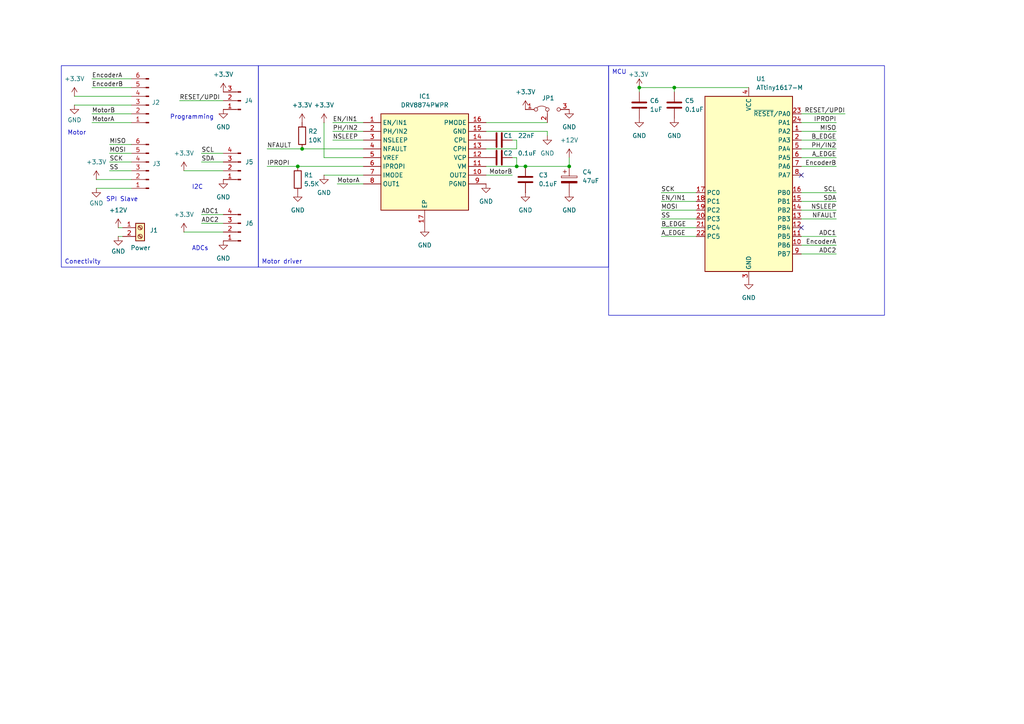
<source format=kicad_sch>
(kicad_sch (version 20250114) (generator "eeschema") (generator_version "9.0")
  (paper "A4")
  (lib_symbols
    (symbol "Components:DRV8874PWPR"
      (property "Reference" "IC" (at 31.75 7.62 0))
      (property "Value" "DRV8874PWPR" (at 31.75 5.08 0))
      (symbol "DRV8874PWPR_1_1"
        (rectangle (start 5.08 2.54) (end 30.48 -25.4) (stroke (width 0.254)) (fill (type background)))
        (pin passive line (at 0 0 0) (length 5.08) (name "EN/IN1") (number "1"))
        (pin passive line (at 0 -2.54 0) (length 5.08) (name "PH/IN2") (number "2"))
        (pin passive line (at 0 -5.08 0) (length 5.08) (name "NSLEEP") (number "3"))
        (pin passive line (at 0 -7.62 0) (length 5.08) (name "NFAULT") (number "4"))
        (pin passive line (at 0 -10.16 0) (length 5.08) (name "VREF") (number "5"))
        (pin passive line (at 0 -12.7 0) (length 5.08) (name "IPROPI") (number "6"))
        (pin passive line (at 0 -15.24 0) (length 5.08) (name "IMODE") (number "7"))
        (pin passive line (at 0 -17.78 0) (length 5.08) (name "OUT1") (number "8"))
        (pin passive line (at 17.78 -30.48 90) (length 5.08) (name "EP") (number "17"))
        (pin passive line (at 35.56 0 180) (length 5.08) (name "PMODE") (number "16"))
        (pin passive line (at 35.56 -2.54 180) (length 5.08) (name "GND") (number "15"))
        (pin passive line (at 35.56 -5.08 180) (length 5.08) (name "CPL") (number "14"))
        (pin passive line (at 35.56 -7.62 180) (length 5.08) (name "CPH") (number "13"))
        (pin passive line (at 35.56 -10.16 180) (length 5.08) (name "VCP") (number "12"))
        (pin passive line (at 35.56 -12.7 180) (length 5.08) (name "VM") (number "11"))
        (pin passive line (at 35.56 -15.24 180) (length 5.08) (name "OUT2") (number "10"))
        (pin passive line (at 35.56 -17.78 180) (length 5.08) (name "PGND") (number "9"))
      )
    )
    (symbol "Connector:Conn_01x03_Pin" (pin_names (offset 1.016) (hide yes))
      (property "Reference" "J" (at 0 5.08 0))
      (property "Value" "Conn_01x03_Pin" (at 0 -5.08 0))
      (symbol "Conn_01x03_Pin_1_1"
        (rectangle (start 0.8636 2.667) (end 0 2.413) (stroke (width 0.1524)) (fill (type outline)))
        (rectangle (start 0.8636 0.127) (end 0 -0.127) (stroke (width 0.1524)) (fill (type outline)))
        (rectangle (start 0.8636 -2.413) (end 0 -2.667) (stroke (width 0.1524)) (fill (type outline)))
        (polyline (pts (xy 1.27 2.54) (xy 0.8636 2.54)) (stroke (width 0.1524)))
        (polyline (pts (xy 1.27 0) (xy 0.8636 0)) (stroke (width 0.1524)))
        (polyline (pts (xy 1.27 -2.54) (xy 0.8636 -2.54)) (stroke (width 0.1524)))
        (pin passive line (at 5.08 2.54 180) (length 3.81) (name "Pin_1") (number "1"))
        (pin passive line (at 5.08 0 180) (length 3.81) (name "Pin_2") (number "2"))
        (pin passive line (at 5.08 -2.54 180) (length 3.81) (name "Pin_3") (number "3"))
      )
    )
    (symbol "Connector:Conn_01x04_Pin" (pin_names (offset 1.016) (hide yes))
      (property "Reference" "J" (at 0 5.08 0))
      (property "Value" "Conn_01x04_Pin" (at 0 -7.62 0))
      (symbol "Conn_01x04_Pin_1_1"
        (rectangle (start 0.8636 2.667) (end 0 2.413) (stroke (width 0.1524)) (fill (type outline)))
        (rectangle (start 0.8636 0.127) (end 0 -0.127) (stroke (width 0.1524)) (fill (type outline)))
        (rectangle (start 0.8636 -2.413) (end 0 -2.667) (stroke (width 0.1524)) (fill (type outline)))
        (rectangle (start 0.8636 -4.953) (end 0 -5.207) (stroke (width 0.1524)) (fill (type outline)))
        (polyline (pts (xy 1.27 2.54) (xy 0.8636 2.54)) (stroke (width 0.1524)))
        (polyline (pts (xy 1.27 0) (xy 0.8636 0)) (stroke (width 0.1524)))
        (polyline (pts (xy 1.27 -2.54) (xy 0.8636 -2.54)) (stroke (width 0.1524)))
        (polyline (pts (xy 1.27 -5.08) (xy 0.8636 -5.08)) (stroke (width 0.1524)))
        (pin passive line (at 5.08 2.54 180) (length 3.81) (name "Pin_1") (number "1"))
        (pin passive line (at 5.08 0 180) (length 3.81) (name "Pin_2") (number "2"))
        (pin passive line (at 5.08 -2.54 180) (length 3.81) (name "Pin_3") (number "3"))
        (pin passive line (at 5.08 -5.08 180) (length 3.81) (name "Pin_4") (number "4"))
      )
    )
    (symbol "Connector:Conn_01x06_Pin" (pin_names (offset 1.016) (hide yes))
      (property "Reference" "J" (at 0 7.62 0))
      (property "Value" "Conn_01x06_Pin" (at 0 -10.16 0))
      (symbol "Conn_01x06_Pin_1_1"
        (rectangle (start 0.8636 5.207) (end 0 4.953) (stroke (width 0.1524)) (fill (type outline)))
        (rectangle (start 0.8636 2.667) (end 0 2.413) (stroke (width 0.1524)) (fill (type outline)))
        (rectangle (start 0.8636 0.127) (end 0 -0.127) (stroke (width 0.1524)) (fill (type outline)))
        (rectangle (start 0.8636 -2.413) (end 0 -2.667) (stroke (width 0.1524)) (fill (type outline)))
        (rectangle (start 0.8636 -4.953) (end 0 -5.207) (stroke (width 0.1524)) (fill (type outline)))
        (rectangle (start 0.8636 -7.493) (end 0 -7.747) (stroke (width 0.1524)) (fill (type outline)))
        (polyline (pts (xy 1.27 5.08) (xy 0.8636 5.08)) (stroke (width 0.1524)))
        (polyline (pts (xy 1.27 2.54) (xy 0.8636 2.54)) (stroke (width 0.1524)))
        (polyline (pts (xy 1.27 0) (xy 0.8636 0)) (stroke (width 0.1524)))
        (polyline (pts (xy 1.27 -2.54) (xy 0.8636 -2.54)) (stroke (width 0.1524)))
        (polyline (pts (xy 1.27 -5.08) (xy 0.8636 -5.08)) (stroke (width 0.1524)))
        (polyline (pts (xy 1.27 -7.62) (xy 0.8636 -7.62)) (stroke (width 0.1524)))
        (pin passive line (at 5.08 5.08 180) (length 3.81) (name "Pin_1") (number "1"))
        (pin passive line (at 5.08 2.54 180) (length 3.81) (name "Pin_2") (number "2"))
        (pin passive line (at 5.08 0 180) (length 3.81) (name "Pin_3") (number "3"))
        (pin passive line (at 5.08 -2.54 180) (length 3.81) (name "Pin_4") (number "4"))
        (pin passive line (at 5.08 -5.08 180) (length 3.81) (name "Pin_5") (number "5"))
        (pin passive line (at 5.08 -7.62 180) (length 3.81) (name "Pin_6") (number "6"))
      )
    )
    (symbol "Connector:Screw_Terminal_01x02" (pin_names (offset 1.016) (hide yes))
      (property "Reference" "J" (at 0 2.54 0))
      (property "Value" "Screw_Terminal_01x02" (at 0 -5.08 0))
      (symbol "Screw_Terminal_01x02_1_1"
        (rectangle (start -1.27 1.27) (end 1.27 -3.81) (stroke (width 0.254)) (fill (type background)))
        (polyline (pts (xy -0.5334 0.3302) (xy 0.3302 -0.508)) (stroke (width 0.1524)))
        (polyline (pts (xy -0.5334 -2.2098) (xy 0.3302 -3.048)) (stroke (width 0.1524)))
        (polyline (pts (xy -0.3556 0.508) (xy 0.508 -0.3302)) (stroke (width 0.1524)))
        (polyline (pts (xy -0.3556 -2.032) (xy 0.508 -2.8702)) (stroke (width 0.1524)))
        (circle (center 0 0) (radius 0.635) (stroke (width 0.1524)))
        (circle (center 0 -2.54) (radius 0.635) (stroke (width 0.1524)))
        (pin passive line (at -5.08 0 0) (length 3.81) (name "Pin_1") (number "1"))
        (pin passive line (at -5.08 -2.54 0) (length 3.81) (name "Pin_2") (number "2"))
      )
    )
    (symbol "Device:C" (pin_numbers (hide yes)) (pin_names (offset 0.254))
      (property "Reference" "C" (at 0.635 2.54 0))
      (property "Value" "C" (at 0.635 -2.54 0))
      (symbol "C_0_1"
        (polyline (pts (xy -2.032 0.762) (xy 2.032 0.762)) (stroke (width 0.508)))
        (polyline (pts (xy -2.032 -0.762) (xy 2.032 -0.762)) (stroke (width 0.508)))
      )
      (symbol "C_1_1"
        (pin passive line (at 0 3.81 270) (length 2.794) (name "~") (number "1"))
        (pin passive line (at 0 -3.81 90) (length 2.794) (name "~") (number "2"))
      )
    )
    (symbol "Device:C_Polarized" (pin_numbers (hide yes)) (pin_names (offset 0.254))
      (property "Reference" "C" (at 0.635 2.54 0))
      (property "Value" "C_Polarized" (at 0.635 -2.54 0))
      (symbol "C_Polarized_0_1"
        (rectangle (start -2.286 0.508) (end 2.286 1.016))
        (polyline (pts (xy -1.778 2.286) (xy -0.762 2.286)))
        (polyline (pts (xy -1.27 2.794) (xy -1.27 1.778)))
        (rectangle (start 2.286 -0.508) (end -2.286 -1.016) (fill (type outline)))
      )
      (symbol "C_Polarized_1_1"
        (pin passive line (at 0 3.81 270) (length 2.794) (name "~") (number "1"))
        (pin passive line (at 0 -3.81 90) (length 2.794) (name "~") (number "2"))
      )
    )
    (symbol "Device:R" (pin_numbers (hide yes)) (pin_names (offset 0))
      (property "Reference" "R" (at 2.032 0 90))
      (property "Value" "R" (at 0 0 90))
      (symbol "R_0_1"
        (rectangle (start -1.016 -2.54) (end 1.016 2.54) (stroke (width 0.254)))
      )
      (symbol "R_1_1"
        (pin passive line (at 0 3.81 270) (length 1.27) (name "~") (number "1"))
        (pin passive line (at 0 -3.81 90) (length 1.27) (name "~") (number "2"))
      )
    )
    (symbol "Jumper:Jumper_3_Bridged12" (pin_names (offset 0) (hide yes)) (exclude_from_sim yes) (in_bom no)
      (property "Reference" "JP" (at -2.54 -2.54 0))
      (property "Value" "Jumper_3_Bridged12" (at 0 2.794 0))
      (symbol "Jumper_3_Bridged12_0_0"
        (circle (center -3.302 0) (radius 0.508))
        (circle (center 0 0) (radius 0.508))
        (circle (center 3.302 0) (radius 0.508))
      )
      (symbol "Jumper_3_Bridged12_0_1"
        (arc (start -3.048 0.508) (mid -1.651 0.9912) (end -0.254 0.508))
        (polyline (pts (xy 0 -1.27) (xy 0 -0.508)))
      )
      (symbol "Jumper_3_Bridged12_1_1"
        (pin passive line (at -6.35 0 0) (length 2.54) (name "A") (number "1"))
        (pin passive line (at 0 -3.81 90) (length 2.54) (name "C") (number "2"))
        (pin passive line (at 6.35 0 180) (length 2.54) (name "B") (number "3"))
      )
    )
    (symbol "MCU_Microchip_ATtiny:ATtiny1617-M"
      (property "Reference" "U" (at -12.7 26.67 0))
      (property "Value" "ATtiny1617-M" (at 2.54 -26.67 0))
      (symbol "ATtiny1617-M_0_1"
        (rectangle (start -12.7 -25.4) (end 12.7 25.4) (stroke (width 0.254)) (fill (type background)))
      )
      (symbol "ATtiny1617-M_1_1"
        (pin bidirectional line (at -15.24 -2.54 0) (length 2.54) (name "PC0") (number "17"))
        (pin bidirectional line (at -15.24 -5.08 0) (length 2.54) (name "PC1") (number "18"))
        (pin bidirectional line (at -15.24 -7.62 0) (length 2.54) (name "PC2") (number "19"))
        (pin bidirectional line (at -15.24 -10.16 0) (length 2.54) (name "PC3") (number "20"))
        (pin bidirectional line (at -15.24 -12.7 0) (length 2.54) (name "PC4") (number "21"))
        (pin bidirectional line (at -15.24 -15.24 0) (length 2.54) (name "PC5") (number "22"))
        (pin power_in line (at 0 27.94 270) (length 2.54) (name "VCC") (number "4"))
        (pin passive line (at 0 -27.94 90) (length 2.54) (hide yes) (name "GND") (number "25"))
        (pin power_in line (at 0 -27.94 90) (length 2.54) (name "GND") (number "3"))
        (pin bidirectional line (at 15.24 20.32 180) (length 2.54) (name "~{RESET}/PA0") (number "23"))
        (pin bidirectional line (at 15.24 17.78 180) (length 2.54) (name "PA1") (number "24"))
        (pin bidirectional line (at 15.24 15.24 180) (length 2.54) (name "PA2") (number "1"))
        (pin bidirectional line (at 15.24 12.7 180) (length 2.54) (name "PA3") (number "2"))
        (pin bidirectional line (at 15.24 10.16 180) (length 2.54) (name "PA4") (number "5"))
        (pin bidirectional line (at 15.24 7.62 180) (length 2.54) (name "PA5") (number "6"))
        (pin bidirectional line (at 15.24 5.08 180) (length 2.54) (name "PA6") (number "7"))
        (pin bidirectional line (at 15.24 2.54 180) (length 2.54) (name "PA7") (number "8"))
        (pin bidirectional line (at 15.24 -2.54 180) (length 2.54) (name "PB0") (number "16"))
        (pin bidirectional line (at 15.24 -5.08 180) (length 2.54) (name "PB1") (number "15"))
        (pin bidirectional line (at 15.24 -7.62 180) (length 2.54) (name "PB2") (number "14"))
        (pin bidirectional line (at 15.24 -10.16 180) (length 2.54) (name "PB3") (number "13"))
        (pin bidirectional line (at 15.24 -12.7 180) (length 2.54) (name "PB4") (number "12"))
        (pin bidirectional line (at 15.24 -15.24 180) (length 2.54) (name "PB5") (number "11"))
        (pin bidirectional line (at 15.24 -17.78 180) (length 2.54) (name "PB6") (number "10"))
        (pin bidirectional line (at 15.24 -20.32 180) (length 2.54) (name "PB7") (number "9"))
      )
    )
    (symbol "power:+12V" (power) (pin_numbers (hide yes)) (pin_names (offset 0) (hide yes))
      (property "Value" "+12V" (at 0 3.556 0))
      (symbol "+12V_0_1"
        (polyline (pts (xy -0.762 1.27) (xy 0 2.54)))
        (polyline (pts (xy 0 2.54) (xy 0.762 1.27)))
        (polyline (pts (xy 0 0) (xy 0 2.54)))
      )
      (symbol "+12V_1_1"
        (pin power_in line (at 0 0 90) (length 0) (name "~") (number "1"))
      )
    )
    (symbol "power:+3.3V" (power) (pin_numbers (hide yes)) (pin_names (offset 0) (hide yes))
      (property "Value" "+3.3V" (at 0 3.556 0))
      (symbol "+3.3V_0_1"
        (polyline (pts (xy -0.762 1.27) (xy 0 2.54)))
        (polyline (pts (xy 0 2.54) (xy 0.762 1.27)))
        (polyline (pts (xy 0 0) (xy 0 2.54)))
      )
      (symbol "+3.3V_1_1"
        (pin power_in line (at 0 0 90) (length 0) (name "~") (number "1"))
      )
    )
    (symbol "power:GND" (power) (pin_numbers (hide yes)) (pin_names (offset 0) (hide yes))
      (property "Value" "GND" (at 0 -3.81 0))
      (symbol "GND_0_1"
        (polyline (pts (xy 0 0) (xy 0 -1.27) (xy 1.27 -1.27) (xy 0 -2.54) (xy -1.27 -1.27) (xy 0 -1.27)))
      )
      (symbol "GND_1_1"
        (pin power_in line (at 0 0 270) (length 0) (name "~") (number "1"))
      )
    )
  )
  (text "I2C" (at 55.626 54.356 0) (effects (font (size 1.27 1.27)) (justify left)))
  (text "Motor" (at 19.558 38.608 0) (effects (font (size 1.27 1.27)) (justify left)))
  (text "Programming" (at 49.276 34.036 0) (effects (font (size 1.27 1.27)) (justify left)))
  (text "SPI Slave" (at 30.734 57.912 0) (effects (font (size 1.27 1.27)) (justify left)))
  (text "ADCs" (at 55.626 72.136 0) (effects (font (size 1.27 1.27)) (justify left)))
  (text_box "Conectivity" (at 17.78 19.05 0) (size 57.15 58.42) (margins 0.9525 0.9525 0.9525 0.9525) (effects (font (size 1.27 1.27)) (justify left bottom)))
  (text_box "Motor driver" (at 74.93 19.05 0) (size 101.6 58.42) (margins 0.9525 0.9525 0.9525 0.9525) (effects (font (size 1.27 1.27)) (justify left bottom)))
  (text_box "MCU" (at 176.53 19.05 0) (size 80.01 72.39) (margins 0.9525 0.9525 0.9525 0.9525) (effects (font (size 1.27 1.27)) (justify left top)))
  (junction (at 152.4 48.26))
  (junction (at 149.86 48.26))
  (junction (at 86.36 48.26))
  (junction (at 87.63 43.18))
  (junction (at 165.1 48.26))
  (junction (at 185.42 25.4))
  (junction (at 195.58 25.4))
  (no_connect (at 232.41 50.8))
  (no_connect (at 232.41 66.04))
  (wire (pts (xy 185.42 25.4) (xy 195.58 25.4)))
  (wire (pts (xy 232.41 48.26) (xy 242.57 48.26)))
  (wire (pts (xy 87.63 43.18) (xy 105.41 43.18)))
  (wire (pts (xy 232.41 35.56) (xy 242.57 35.56)))
  (wire (pts (xy 148.59 45.72) (xy 149.86 45.72)))
  (wire (pts (xy 31.75 49.53) (xy 38.1 49.53)))
  (wire (pts (xy 201.93 58.42) (xy 191.77 58.42)))
  (wire (pts (xy 77.47 43.18) (xy 87.63 43.18)))
  (wire (pts (xy 149.86 48.26) (xy 140.97 48.26)))
  (wire (pts (xy 191.77 55.88) (xy 201.93 55.88)))
  (wire (pts (xy 34.29 68.58) (xy 35.56 68.58)))
  (wire (pts (xy 152.4 48.26) (xy 165.1 48.26)))
  (wire (pts (xy 86.36 48.26) (xy 105.41 48.26)))
  (wire (pts (xy 34.29 66.04) (xy 35.56 66.04)))
  (wire (pts (xy 27.94 54.61) (xy 38.1 54.61)))
  (wire (pts (xy 27.94 52.07) (xy 38.1 52.07)))
  (wire (pts (xy 242.57 38.1) (xy 232.41 38.1)))
  (wire (pts (xy 191.77 63.5) (xy 201.93 63.5)))
  (wire (pts (xy 96.52 35.56) (xy 105.41 35.56)))
  (wire (pts (xy 38.1 30.48) (xy 21.59 30.48)))
  (wire (pts (xy 232.41 40.64) (xy 242.57 40.64)))
  (wire (pts (xy 232.41 73.66) (xy 242.57 73.66)))
  (wire (pts (xy 31.75 44.45) (xy 38.1 44.45)))
  (wire (pts (xy 149.86 40.64) (xy 149.86 43.18)))
  (wire (pts (xy 93.98 45.72) (xy 105.41 45.72)))
  (wire (pts (xy 217.17 25.4) (xy 195.58 25.4)))
  (wire (pts (xy 232.41 58.42) (xy 242.57 58.42)))
  (wire (pts (xy 165.1 45.72) (xy 165.1 48.26)))
  (wire (pts (xy 52.07 29.21) (xy 64.77 29.21)))
  (wire (pts (xy 58.42 44.45) (xy 64.77 44.45)))
  (wire (pts (xy 149.86 45.72) (xy 149.86 48.26)))
  (wire (pts (xy 93.98 35.56) (xy 93.98 45.72)))
  (wire (pts (xy 77.47 48.26) (xy 86.36 48.26)))
  (wire (pts (xy 21.59 27.94) (xy 38.1 27.94)))
  (wire (pts (xy 58.42 46.99) (xy 64.77 46.99)))
  (wire (pts (xy 232.41 60.96) (xy 242.57 60.96)))
  (wire (pts (xy 191.77 60.96) (xy 201.93 60.96)))
  (wire (pts (xy 149.86 43.18) (xy 140.97 43.18)))
  (wire (pts (xy 58.42 62.23) (xy 64.77 62.23)))
  (wire (pts (xy 232.41 55.88) (xy 242.57 55.88)))
  (wire (pts (xy 158.75 35.56) (xy 140.97 35.56)))
  (wire (pts (xy 158.75 38.1) (xy 158.75 39.37)))
  (wire (pts (xy 53.34 67.31) (xy 64.77 67.31)))
  (wire (pts (xy 26.67 35.56) (xy 38.1 35.56)))
  (wire (pts (xy 195.58 25.4) (xy 195.58 26.67)))
  (wire (pts (xy 97.79 53.34) (xy 105.41 53.34)))
  (wire (pts (xy 26.67 25.4) (xy 38.1 25.4)))
  (wire (pts (xy 38.1 33.02) (xy 26.67 33.02)))
  (wire (pts (xy 26.67 22.86) (xy 38.1 22.86)))
  (wire (pts (xy 148.59 40.64) (xy 149.86 40.64)))
  (wire (pts (xy 232.41 63.5) (xy 242.57 63.5)))
  (wire (pts (xy 93.98 50.8) (xy 105.41 50.8)))
  (wire (pts (xy 140.97 38.1) (xy 158.75 38.1)))
  (wire (pts (xy 149.86 48.26) (xy 152.4 48.26)))
  (wire (pts (xy 31.75 41.91) (xy 38.1 41.91)))
  (wire (pts (xy 96.52 38.1) (xy 105.41 38.1)))
  (wire (pts (xy 31.75 46.99) (xy 38.1 46.99)))
  (wire (pts (xy 185.42 26.67) (xy 185.42 25.4)))
  (wire (pts (xy 96.52 40.64) (xy 105.41 40.64)))
  (wire (pts (xy 232.41 71.12) (xy 242.57 71.12)))
  (wire (pts (xy 242.57 45.72) (xy 232.41 45.72)))
  (wire (pts (xy 140.97 50.8) (xy 148.59 50.8)))
  (wire (pts (xy 232.41 43.18) (xy 242.57 43.18)))
  (wire (pts (xy 53.34 49.53) (xy 64.77 49.53)))
  (wire (pts (xy 58.42 64.77) (xy 64.77 64.77)))
  (wire (pts (xy 191.77 66.04) (xy 201.93 66.04)))
  (wire (pts (xy 191.77 68.58) (xy 201.93 68.58)))
  (wire (pts (xy 232.41 68.58) (xy 242.57 68.58)))
  (wire (pts (xy 245.11 33.02) (xy 232.41 33.02)))
  (label "ADC2" (at 58.42 64.77 0))
  (label "SS" (at 191.77 63.5 0))
  (label "MISO" (at 242.57 38.1 180))
  (label "IPROPI" (at 77.47 48.26 0))
  (label "NSLEEP" (at 242.57 60.96 180))
  (label "EncoderB" (at 242.57 48.26 180))
  (label "MOSI" (at 191.77 60.96 0))
  (label "EN{slash}IN1" (at 191.77 58.42 0))
  (label "SDA" (at 242.57 58.42 180))
  (label "NFAULT" (at 77.47 43.18 0))
  (label "MotorA" (at 97.79 53.34 0))
  (label "B_EDGE" (at 242.57 40.64 180))
  (label "RESET{slash}UPDI" (at 52.07 29.21 0))
  (label "A_EDGE" (at 191.77 68.58 0))
  (label "SDA" (at 58.42 46.99 0))
  (label "EncoderA" (at 26.67 22.86 0))
  (label "EN{slash}IN1" (at 96.52 35.56 0))
  (label "PH{slash}IN2" (at 96.52 38.1 0))
  (label "MotorB" (at 26.67 33.02 0))
  (label "SCK" (at 191.77 55.88 0))
  (label "NFAULT" (at 242.57 63.5 180))
  (label "MotorB" (at 148.59 50.8 180))
  (label "SS" (at 31.75 49.53 0))
  (label "A_EDGE" (at 242.57 45.72 180))
  (label "NSLEEP" (at 96.52 40.64 0))
  (label "EncoderB" (at 26.67 25.4 0))
  (label "SCL" (at 242.57 55.88 180))
  (label "SCL" (at 58.42 44.45 0))
  (label "MotorA" (at 26.67 35.56 0))
  (label "B_EDGE" (at 191.77 66.04 0))
  (label "MISO" (at 31.75 41.91 0))
  (label "ADC2" (at 242.57 73.66 180))
  (label "MOSI" (at 31.75 44.45 0))
  (label "ADC1" (at 58.42 62.23 0))
  (label "EncoderA" (at 242.57 71.12 180))
  (label "RESET{slash}UPDI" (at 245.11 33.02 180))
  (label "IPROPI" (at 242.57 35.56 180))
  (label "SCK" (at 31.75 46.99 0))
  (label "PH{slash}IN2" (at 242.57 43.18 180))
  (label "ADC1" (at 242.57 68.58 180))
  (symbol (lib_id "Jumper:Jumper_3_Bridged12") (at 158.75 31.75 0) (unit 1) (exclude_from_sim yes) (in_bom no)
    (property "Reference" "JP1" (at 159.004 28.448 0))
    (property "Value" "Jumper_3_Bridged12" (effects (hide yes)))
    (property "Footprint" "Jumper:SolderJumper-3_P1.3mm_Bridged2Bar12_RoundedPad1.0x1.5mm_NumberLabels" (effects (hide yes)))
    (property "Description" "Jumper, 3-pole, pins 1+2 closed/bridged" (effects (hide yes)))
  )
  (symbol (lib_id "Device:C") (at 144.78 45.72 90) (unit 1)
    (property "Reference" "C2" (at 147.32 44.45 90))
    (property "Value" "0.1uF" (at 152.908 44.45 90))
    (property "Footprint" "Capacitor_SMD:C_0603_1608Metric" (effects (hide yes)))
    (property "Description" "Unpolarized capacitor" (effects (hide yes)))
  )
  (symbol (lib_id "power:GND") (at 64.77 31.75 0) (unit 1)
    (property "Reference" "#PWR010" (effects (hide yes)))
    (property "Value" "GND" (at 64.77 36.83 0))
    (property "Description" "Power symbol creates a global label with name \"GND\" , ground" (effects (hide yes)))
  )
  (symbol (lib_id "power:GND") (at 185.42 34.29 0) (unit 1)
    (property "Reference" "#PWR027" (effects (hide yes)))
    (property "Value" "GND" (at 185.42 39.37 0))
    (property "Description" "Power symbol creates a global label with name \"GND\" , ground" (effects (hide yes)))
  )
  (symbol (lib_id "power:+3.3V") (at 93.98 35.56 0) (unit 1)
    (property "Reference" "#PWR015" (effects (hide yes)))
    (property "Value" "+3.3V" (at 93.98 30.48 0))
    (property "Description" "Power symbol creates a global label with name \"+3.3V\"" (effects (hide yes)))
  )
  (symbol (lib_id "Device:C") (at 195.58 30.48 0) (mirror y) (unit 1)
    (property "Reference" "C5" (at 198.628 29.21 0) (effects (justify right)))
    (property "Value" "0.1uF" (at 198.628 31.75 0) (effects (justify right)))
    (property "Footprint" "Capacitor_SMD:C_0603_1608Metric" (effects (hide yes)))
    (property "Description" "Unpolarized capacitor" (effects (hide yes)))
  )
  (symbol (lib_id "power:+12V") (at 34.29 66.04 0) (unit 1)
    (property "Reference" "#PWR05" (effects (hide yes)))
    (property "Value" "+12V" (at 34.29 60.96 0))
    (property "Description" "Power symbol creates a global label with name \"+12V\"" (effects (hide yes)))
  )
  (symbol (lib_id "power:GND") (at 158.75 39.37 0) (unit 1)
    (property "Reference" "#PWR021" (effects (hide yes)))
    (property "Value" "GND" (at 158.75 44.45 0))
    (property "Description" "Power symbol creates a global label with name \"GND\" , ground" (effects (hide yes)))
  )
  (symbol (lib_id "Connector:Conn_01x06_Pin") (at 43.18 30.48 180) (unit 1)
    (property "Reference" "J2" (at 45.212 29.718 0))
    (property "Value" "Conn_01x06_Pin" (effects (hide yes)))
    (property "Footprint" "Connector_PinHeader_2.54mm:PinHeader_1x06_P2.54mm_Vertical" (effects (hide yes)))
    (property "Description" "Generic connector, single row, 01x06, script generated" (effects (hide yes)))
  )
  (symbol (lib_id "power:GND") (at 21.59 30.48 0) (unit 1)
    (property "Reference" "#PWR02" (effects (hide yes)))
    (property "Value" "GND" (at 19.558 34.798 0) (effects (justify left)))
    (property "Description" "Power symbol creates a global label with name \"GND\" , ground" (effects (hide yes)))
  )
  (symbol (lib_id "power:+3.3V") (at 185.42 25.4 0) (unit 1)
    (property "Reference" "#PWR028" (effects (hide yes)))
    (property "Value" "+3.3V" (at 185.166 21.59 0))
    (property "Description" "Power symbol creates a global label with name \"+3.3V\"" (effects (hide yes)))
  )
  (symbol (lib_id "power:GND") (at 34.29 68.58 0) (unit 1)
    (property "Reference" "#PWR06" (effects (hide yes)))
    (property "Value" "GND" (at 32.258 72.898 0) (effects (justify left)))
    (property "Description" "Power symbol creates a global label with name \"GND\" , ground" (effects (hide yes)))
  )
  (symbol (lib_id "power:+3.3V") (at 53.34 67.31 0) (unit 1)
    (property "Reference" "#PWR08" (effects (hide yes)))
    (property "Value" "+3.3V" (at 53.34 62.23 0))
    (property "Description" "Power symbol creates a global label with name \"+3.3V\"" (effects (hide yes)))
  )
  (symbol (lib_id "Device:C") (at 152.4 52.07 0) (unit 1)
    (property "Reference" "C3" (at 156.21 50.7999 0) (effects (justify left)))
    (property "Value" "0.1uF" (at 156.21 53.3399 0) (effects (justify left)))
    (property "Footprint" "Capacitor_SMD:C_0603_1608Metric" (effects (hide yes)))
    (property "Description" "Unpolarized capacitor" (effects (hide yes)))
  )
  (symbol (lib_id "MCU_Microchip_ATtiny:ATtiny1617-M") (at 217.17 53.34 0) (unit 1)
    (property "Reference" "U1" (at 219.3133 22.86 0) (effects (justify left)))
    (property "Value" "ATtiny1617-M" (at 219.3133 25.4 0) (effects (justify left)))
    (property "Footprint" "Package_DFN_QFN:QFN-24-1EP_4x4mm_P0.5mm_EP2.6x2.6mm" (effects (hide yes)))
    (property "Datasheet" "http://ww1.microchip.com/downloads/en/DeviceDoc/ATtiny3217_1617-Data-Sheet-40001999B.pdf" (effects (hide yes)))
    (property "Description" "20MHz, 16kB Flash, 2kB SRAM, 256B EEPROM, VQFN-24" (effects (hide yes)))
  )
  (symbol (lib_id "power:GND") (at 123.19 66.04 0) (unit 1)
    (property "Reference" "#PWR017" (effects (hide yes)))
    (property "Value" "GND" (at 123.19 71.12 0))
    (property "Description" "Power symbol creates a global label with name \"GND\" , ground" (effects (hide yes)))
  )
  (symbol (lib_id "Connector:Conn_01x04_Pin") (at 69.85 67.31 180) (unit 1)
    (property "Reference" "J6" (at 71.12 64.7699 0) (effects (justify right)))
    (property "Value" "Conn_01x04_Pin" (effects (hide yes)))
    (property "Footprint" "Connector_PinHeader_2.00mm:PinHeader_1x04_P2.00mm_Vertical" (effects (hide yes)))
    (property "Description" "Generic connector, single row, 01x04, script generated" (effects (hide yes)))
  )
  (symbol (lib_id "power:GND") (at 165.1 31.75 0) (unit 1)
    (property "Reference" "#PWR022" (effects (hide yes)))
    (property "Value" "GND" (at 165.1 36.83 0))
    (property "Description" "Power symbol creates a global label with name \"GND\" , ground" (effects (hide yes)))
  )
  (symbol (lib_id "power:+12V") (at 165.1 45.72 0) (unit 1)
    (property "Reference" "#PWR023" (effects (hide yes)))
    (property "Value" "+12V" (at 165.1 40.64 0))
    (property "Description" "Power symbol creates a global label with name \"+12V\"" (effects (hide yes)))
  )
  (symbol (lib_id "power:+3.3V") (at 21.59 27.94 0) (unit 1)
    (property "Reference" "#PWR01" (effects (hide yes)))
    (property "Value" "+3.3V" (at 21.59 22.86 0))
    (property "Description" "Power symbol creates a global label with name \"+3.3V\"" (effects (hide yes)))
  )
  (symbol (lib_id "Connector:Conn_01x06_Pin") (at 43.18 49.53 180) (unit 1)
    (property "Reference" "J3" (at 44.196 47.498 0) (effects (justify right)))
    (property "Value" "Conn_01x06_Pin" (effects (hide yes)))
    (property "Footprint" "Connector_JST:JST_PH_B6B-PH-K_1x06_P2.00mm_Vertical" (effects (hide yes)))
    (property "Description" "Generic connector, single row, 01x06, script generated" (effects (hide yes)))
  )
  (symbol (lib_id "power:+3.3V") (at 27.94 52.07 0) (unit 1)
    (property "Reference" "#PWR029" (effects (hide yes)))
    (property "Value" "+3.3V" (at 27.94 46.99 0))
    (property "Description" "Power symbol creates a global label with name \"+3.3V\"" (effects (hide yes)))
  )
  (symbol (lib_id "power:GND") (at 195.58 34.29 0) (unit 1)
    (property "Reference" "#PWR025" (effects (hide yes)))
    (property "Value" "GND" (at 195.58 39.37 0))
    (property "Description" "Power symbol creates a global label with name \"GND\" , ground" (effects (hide yes)))
  )
  (symbol (lib_id "Connector:Conn_01x04_Pin") (at 69.85 49.53 180) (unit 1)
    (property "Reference" "J5" (at 71.12 46.9899 0) (effects (justify right)))
    (property "Value" "Conn_01x04_Pin" (effects (hide yes)))
    (property "Footprint" "Connector_PinHeader_2.00mm:PinHeader_1x04_P2.00mm_Vertical" (effects (hide yes)))
    (property "Description" "Generic connector, single row, 01x04, script generated" (effects (hide yes)))
  )
  (symbol (lib_id "Device:C_Polarized") (at 165.1 52.07 0) (unit 1)
    (property "Reference" "C4" (at 168.91 49.9109 0) (effects (justify left)))
    (property "Value" "47uF" (at 168.91 52.4509 0) (effects (justify left)))
    (property "Footprint" "Capacitor_Tantalum_SMD:CP_EIA-7343-15_Kemet-W" (effects (hide yes)))
    (property "Description" "Polarized capacitor (Tantal)" (effects (hide yes)))
  )
  (symbol (lib_id "Connector:Screw_Terminal_01x02") (at 40.64 66.04 0) (unit 1)
    (property "Reference" "J1" (at 43.434 66.802 0) (effects (justify left)))
    (property "Value" "Power" (at 37.846 71.882 0) (effects (justify left)))
    (property "Footprint" "Connector_JST:JST_VH_B2P-VH-FB-B_1x02_P3.96mm_Vertical" (effects (hide yes)))
    (property "Description" "Generic screw terminal, single row, 01x02, script generated (kicad-library-utils/schlib/autogen/connector/)" (effects (hide yes)))
  )
  (symbol (lib_id "power:GND") (at 217.17 81.28 0) (unit 1)
    (property "Reference" "#PWR026" (effects (hide yes)))
    (property "Value" "GND" (at 217.17 86.36 0))
    (property "Description" "Power symbol creates a global label with name \"GND\" , ground" (effects (hide yes)))
  )
  (symbol (lib_id "power:+3.3V") (at 87.63 35.56 0) (unit 1)
    (property "Reference" "#PWR014" (effects (hide yes)))
    (property "Value" "+3.3V" (at 87.63 30.48 0))
    (property "Description" "Power symbol creates a global label with name \"+3.3V\"" (effects (hide yes)))
  )
  (symbol (lib_id "power:GND") (at 93.98 50.8 0) (unit 1)
    (property "Reference" "#PWR016" (effects (hide yes)))
    (property "Value" "GND" (at 93.98 55.88 0))
    (property "Description" "Power symbol creates a global label with name \"GND\" , ground" (effects (hide yes)))
  )
  (symbol (lib_id "Components:DRV8874PWPR") (at 105.41 35.56 0) (unit 1)
    (property "Reference" "IC1" (at 123.19 27.94 0))
    (property "Value" "DRV8874PWPR" (at 123.19 30.48 0))
    (property "Footprint" "Package_SO:HTSSOP-16-1EP_4.4x5mm_P0.65mm_EP3.4x5mm_Mask2.46x2.31mm_ThermalVias" (effects (hide yes)))
    (property "Datasheet" "https://www.ti.com/lit/gpn/DRV8874" (effects (hide yes)))
    (property "Description" "H-Bridge Motor Driver With Integrated Current Sense and Regulation" (effects (hide yes)))
    (property "Height" "1.2" (effects (hide yes)))
    (property "Mouser Part Number" "595-DRV8874PWPR" (effects (hide yes)))
    (property "Mouser Price/Stock" "https://www.mouser.co.uk/ProductDetail/Texas-Instruments/DRV8874PWPR?qs=mAH9sUMRCtvh%2FSU15ywmDA%3D%3D" (effects (hide yes)))
    (property "Manufacturer_Name" "Texas Instruments" (effects (hide yes)))
    (property "Manufacturer_Part_Number" "DRV8874PWPR" (effects (hide yes)))
  )
  (symbol (lib_id "power:GND") (at 86.36 55.88 0) (unit 1)
    (property "Reference" "#PWR013" (effects (hide yes)))
    (property "Value" "GND" (at 86.36 60.96 0))
    (property "Description" "Power symbol creates a global label with name \"GND\" , ground" (effects (hide yes)))
  )
  (symbol (lib_id "power:+3.3V") (at 64.77 26.67 0) (unit 1)
    (property "Reference" "#PWR09" (effects (hide yes)))
    (property "Value" "+3.3V" (at 64.77 21.59 0))
    (property "Description" "Power symbol creates a global label with name \"+3.3V\"" (effects (hide yes)))
  )
  (symbol (lib_id "power:GND") (at 165.1 55.88 0) (unit 1)
    (property "Reference" "#PWR024" (effects (hide yes)))
    (property "Value" "GND" (at 165.1 60.96 0))
    (property "Description" "Power symbol creates a global label with name \"GND\" , ground" (effects (hide yes)))
  )
  (symbol (lib_id "Device:C") (at 185.42 30.48 0) (mirror y) (unit 1)
    (property "Reference" "C6" (at 188.468 29.21 0) (effects (justify right)))
    (property "Value" "1uF" (at 188.468 31.75 0) (effects (justify right)))
    (property "Footprint" "Capacitor_SMD:C_0603_1608Metric" (effects (hide yes)))
    (property "Description" "Unpolarized capacitor" (effects (hide yes)))
  )
  (symbol (lib_id "Connector:Conn_01x03_Pin") (at 69.85 29.21 180) (unit 1)
    (property "Reference" "J4" (at 72.136 29.21 0))
    (property "Value" "Conn_01x03_Pin" (effects (hide yes)))
    (property "Footprint" "Connector_PinHeader_2.00mm:PinHeader_1x03_P2.00mm_Vertical" (effects (hide yes)))
    (property "Description" "Generic connector, single row, 01x03, script generated" (effects (hide yes)))
  )
  (symbol (lib_id "power:GND") (at 64.77 52.07 0) (unit 1)
    (property "Reference" "#PWR011" (effects (hide yes)))
    (property "Value" "GND" (at 64.77 57.15 0))
    (property "Description" "Power symbol creates a global label with name \"GND\" , ground" (effects (hide yes)))
  )
  (symbol (lib_id "Device:R") (at 87.63 39.37 0) (unit 1)
    (property "Reference" "R2" (at 89.408 38.1 0) (effects (justify left)))
    (property "Value" "10K" (at 89.408 40.64 0) (effects (justify left)))
    (property "Footprint" "Resistor_SMD:R_0603_1608Metric" (effects (hide yes)))
    (property "Description" "Resistor" (effects (hide yes)))
  )
  (symbol (lib_id "power:GND") (at 152.4 55.88 0) (unit 1)
    (property "Reference" "#PWR020" (effects (hide yes)))
    (property "Value" "GND" (at 152.4 60.96 0))
    (property "Description" "Power symbol creates a global label with name \"GND\" , ground" (effects (hide yes)))
  )
  (symbol (lib_id "Device:C") (at 144.78 40.64 90) (unit 1)
    (property "Reference" "C1" (at 147.32 39.37 90))
    (property "Value" "22nF" (at 152.654 39.37 90))
    (property "Footprint" "Capacitor_SMD:C_0603_1608Metric" (effects (hide yes)))
    (property "Description" "Unpolarized capacitor" (effects (hide yes)))
  )
  (symbol (lib_id "Device:R") (at 86.36 52.07 0) (unit 1)
    (property "Reference" "R1" (at 88.138 50.8 0) (effects (justify left)))
    (property "Value" "5.5K" (at 88.138 53.34 0) (effects (justify left)))
    (property "Footprint" "Resistor_SMD:R_0603_1608Metric" (effects (hide yes)))
    (property "Description" "Resistor" (effects (hide yes)))
  )
  (symbol (lib_id "power:GND") (at 140.97 53.34 0) (unit 1)
    (property "Reference" "#PWR018" (effects (hide yes)))
    (property "Value" "GND" (at 140.97 58.42 0))
    (property "Description" "Power symbol creates a global label with name \"GND\" , ground" (effects (hide yes)))
  )
  (symbol (lib_id "power:GND") (at 27.94 54.61 0) (unit 1)
    (property "Reference" "#PWR04" (effects (hide yes)))
    (property "Value" "GND" (at 25.908 58.928 0) (effects (justify left)))
    (property "Description" "Power symbol creates a global label with name \"GND\" , ground" (effects (hide yes)))
  )
  (symbol (lib_id "power:+3.3V") (at 53.34 49.53 0) (unit 1)
    (property "Reference" "#PWR07" (effects (hide yes)))
    (property "Value" "+3.3V" (at 53.34 44.45 0))
    (property "Description" "Power symbol creates a global label with name \"+3.3V\"" (effects (hide yes)))
  )
  (symbol (lib_id "power:GND") (at 64.77 69.85 0) (unit 1)
    (property "Reference" "#PWR012" (effects (hide yes)))
    (property "Value" "GND" (at 64.77 74.93 0))
    (property "Description" "Power symbol creates a global label with name \"GND\" , ground" (effects (hide yes)))
  )
  (symbol (lib_id "power:+3.3V") (at 152.4 31.75 0) (unit 1)
    (property "Reference" "#PWR019" (effects (hide yes)))
    (property "Value" "+3.3V" (at 152.4 26.67 0))
    (property "Description" "Power symbol creates a global label with name \"+3.3V\"" (effects (hide yes)))
  )
)
</source>
